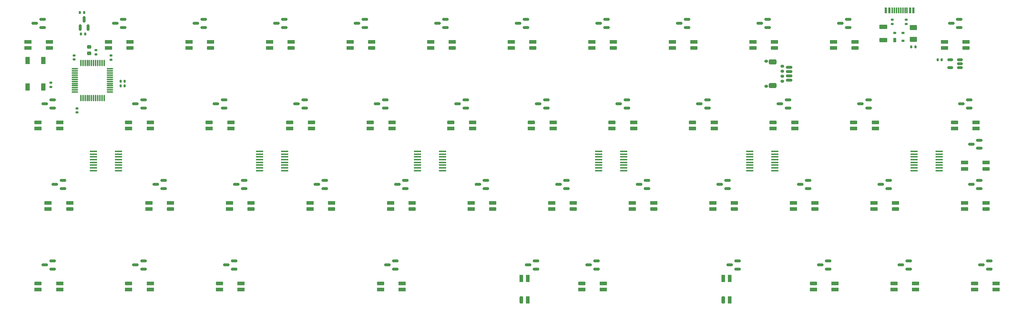
<source format=gbr>
G04 #@! TF.GenerationSoftware,KiCad,Pcbnew,(7.0.0)*
G04 #@! TF.CreationDate,2023-11-27T23:40:42+01:00*
G04 #@! TF.ProjectId,vootington VAN,766f6f74-696e-4677-946f-6e2056414e2e,rev?*
G04 #@! TF.SameCoordinates,Original*
G04 #@! TF.FileFunction,Paste,Bot*
G04 #@! TF.FilePolarity,Positive*
%FSLAX46Y46*%
G04 Gerber Fmt 4.6, Leading zero omitted, Abs format (unit mm)*
G04 Created by KiCad (PCBNEW (7.0.0)) date 2023-11-27 23:40:42*
%MOMM*%
%LPD*%
G01*
G04 APERTURE LIST*
G04 Aperture macros list*
%AMRoundRect*
0 Rectangle with rounded corners*
0 $1 Rounding radius*
0 $2 $3 $4 $5 $6 $7 $8 $9 X,Y pos of 4 corners*
0 Add a 4 corners polygon primitive as box body*
4,1,4,$2,$3,$4,$5,$6,$7,$8,$9,$2,$3,0*
0 Add four circle primitives for the rounded corners*
1,1,$1+$1,$2,$3*
1,1,$1+$1,$4,$5*
1,1,$1+$1,$6,$7*
1,1,$1+$1,$8,$9*
0 Add four rect primitives between the rounded corners*
20,1,$1+$1,$2,$3,$4,$5,0*
20,1,$1+$1,$4,$5,$6,$7,0*
20,1,$1+$1,$6,$7,$8,$9,0*
20,1,$1+$1,$8,$9,$2,$3,0*%
G04 Aperture macros list end*
%ADD10R,0.820000X1.700000*%
%ADD11RoundRect,0.205000X-0.205000X0.645000X-0.205000X-0.645000X0.205000X-0.645000X0.205000X0.645000X0*%
%ADD12RoundRect,0.150000X0.512500X0.150000X-0.512500X0.150000X-0.512500X-0.150000X0.512500X-0.150000X0*%
%ADD13RoundRect,0.150000X0.587500X0.150000X-0.587500X0.150000X-0.587500X-0.150000X0.587500X-0.150000X0*%
%ADD14R,1.778000X0.419100*%
%ADD15R,1.700000X0.820000*%
%ADD16RoundRect,0.205000X0.645000X0.205000X-0.645000X0.205000X-0.645000X-0.205000X0.645000X-0.205000X0*%
%ADD17RoundRect,0.205000X-0.645000X-0.205000X0.645000X-0.205000X0.645000X0.205000X-0.645000X0.205000X0*%
%ADD18R,1.100000X1.800000*%
%ADD19RoundRect,0.075000X0.662500X0.075000X-0.662500X0.075000X-0.662500X-0.075000X0.662500X-0.075000X0*%
%ADD20RoundRect,0.075000X0.075000X0.662500X-0.075000X0.662500X-0.075000X-0.662500X0.075000X-0.662500X0*%
%ADD21RoundRect,0.140000X0.140000X0.170000X-0.140000X0.170000X-0.140000X-0.170000X0.140000X-0.170000X0*%
%ADD22RoundRect,0.135000X0.185000X-0.135000X0.185000X0.135000X-0.185000X0.135000X-0.185000X-0.135000X0*%
%ADD23RoundRect,0.140000X-0.140000X-0.170000X0.140000X-0.170000X0.140000X0.170000X-0.140000X0.170000X0*%
%ADD24R,0.700000X1.000000*%
%ADD25R,0.700000X0.600000*%
%ADD26RoundRect,0.150000X0.625000X-0.150000X0.625000X0.150000X-0.625000X0.150000X-0.625000X-0.150000X0*%
%ADD27RoundRect,0.250000X0.650000X-0.350000X0.650000X0.350000X-0.650000X0.350000X-0.650000X-0.350000X0*%
%ADD28RoundRect,0.140000X-0.170000X0.140000X-0.170000X-0.140000X0.170000X-0.140000X0.170000X0.140000X0*%
%ADD29RoundRect,0.150000X0.275000X-0.150000X0.275000X0.150000X-0.275000X0.150000X-0.275000X-0.150000X0*%
%ADD30RoundRect,0.175000X0.225000X-0.175000X0.225000X0.175000X-0.225000X0.175000X-0.225000X-0.175000X0*%
%ADD31R,0.600000X1.450000*%
%ADD32R,0.300000X1.450000*%
%ADD33RoundRect,0.140000X0.170000X-0.140000X0.170000X0.140000X-0.170000X0.140000X-0.170000X-0.140000X0*%
%ADD34RoundRect,0.250000X0.700000X-0.275000X0.700000X0.275000X-0.700000X0.275000X-0.700000X-0.275000X0*%
%ADD35RoundRect,0.225000X0.250000X-0.225000X0.250000X0.225000X-0.250000X0.225000X-0.250000X-0.225000X0*%
%ADD36RoundRect,0.150000X0.150000X-0.587500X0.150000X0.587500X-0.150000X0.587500X-0.150000X-0.587500X0*%
%ADD37RoundRect,0.250000X-0.625000X0.375000X-0.625000X-0.375000X0.625000X-0.375000X0.625000X0.375000X0*%
G04 APERTURE END LIST*
D10*
X152162778Y-101614524D03*
X150662778Y-101614524D03*
D11*
X150662779Y-106714525D03*
D10*
X152162778Y-106714524D03*
D12*
X254343750Y-49850000D03*
X254343750Y-50800000D03*
X254343750Y-51750000D03*
X252068750Y-51750000D03*
X252068750Y-49850000D03*
D13*
X258906250Y-68900000D03*
X258906250Y-70800000D03*
X257031250Y-69850000D03*
D14*
X210569635Y-71563904D03*
X210569635Y-72214144D03*
X210569635Y-72864384D03*
X210569635Y-73514624D03*
X210569635Y-74159784D03*
X210569635Y-74810024D03*
X210569635Y-75460264D03*
X210569635Y-76110504D03*
X204620955Y-76110504D03*
X204620955Y-75460264D03*
X204620955Y-74810024D03*
X204620955Y-74159784D03*
X204620955Y-73514624D03*
X204620955Y-72864384D03*
X204620955Y-72214144D03*
X204620955Y-71563904D03*
D15*
X41443749Y-104278999D03*
X41443749Y-102778999D03*
D16*
X36343750Y-102779000D03*
D15*
X36343749Y-104278999D03*
D13*
X201756250Y-97475000D03*
X201756250Y-99375000D03*
X199881250Y-98425000D03*
D15*
X110162499Y-45628999D03*
X110162499Y-47128999D03*
D17*
X115262500Y-47129000D03*
D15*
X115262499Y-45628999D03*
D13*
X39831250Y-97475000D03*
X39831250Y-99375000D03*
X37956250Y-98425000D03*
D15*
X38724999Y-83728999D03*
X38724999Y-85228999D03*
D17*
X43825000Y-85229000D03*
D15*
X43824999Y-83728999D03*
D13*
X151750000Y-40325000D03*
X151750000Y-42225000D03*
X149875000Y-41275000D03*
D15*
X214937499Y-83728999D03*
X214937499Y-85228999D03*
D17*
X220037500Y-85229000D03*
D15*
X220037499Y-83728999D03*
X262899999Y-104278999D03*
X262899999Y-102778999D03*
D16*
X257800000Y-102779000D03*
D15*
X257799999Y-104278999D03*
D13*
X85075000Y-78425000D03*
X85075000Y-80325000D03*
X83200000Y-79375000D03*
X120793750Y-97475000D03*
X120793750Y-99375000D03*
X118918750Y-98425000D03*
D18*
X33868749Y-50081249D03*
X33868749Y-56281249D03*
X37568749Y-50081249D03*
X37568749Y-56281249D03*
D19*
X53375000Y-52018750D03*
X53375000Y-52518750D03*
X53375000Y-53018750D03*
X53375000Y-53518750D03*
X53375000Y-54018750D03*
X53375000Y-54518750D03*
X53375000Y-55018750D03*
X53375000Y-55518750D03*
X53375000Y-56018750D03*
X53375000Y-56518750D03*
X53375000Y-57018750D03*
X53375000Y-57518750D03*
D20*
X51962500Y-58931250D03*
X51462500Y-58931250D03*
X50962500Y-58931250D03*
X50462500Y-58931250D03*
X49962500Y-58931250D03*
X49462500Y-58931250D03*
X48962500Y-58931250D03*
X48462500Y-58931250D03*
X47962500Y-58931250D03*
X47462500Y-58931250D03*
X46962500Y-58931250D03*
X46462500Y-58931250D03*
D19*
X45050000Y-57518750D03*
X45050000Y-57018750D03*
X45050000Y-56518750D03*
X45050000Y-56018750D03*
X45050000Y-55518750D03*
X45050000Y-55018750D03*
X45050000Y-54518750D03*
X45050000Y-54018750D03*
X45050000Y-53518750D03*
X45050000Y-53018750D03*
X45050000Y-52518750D03*
X45050000Y-52018750D03*
D20*
X46462500Y-50606250D03*
X46962500Y-50606250D03*
X47462500Y-50606250D03*
X47962500Y-50606250D03*
X48462500Y-50606250D03*
X48962500Y-50606250D03*
X49462500Y-50606250D03*
X49962500Y-50606250D03*
X50462500Y-50606250D03*
X50962500Y-50606250D03*
X51462500Y-50606250D03*
X51962500Y-50606250D03*
D15*
X186362499Y-45628999D03*
X186362499Y-47128999D03*
D17*
X191462500Y-47129000D03*
D15*
X191462499Y-45628999D03*
D21*
X243812000Y-46831250D03*
X242852000Y-46831250D03*
D15*
X84306249Y-104278999D03*
X84306249Y-102778999D03*
D16*
X79206250Y-102779000D03*
D15*
X79206249Y-104278999D03*
D22*
X238316089Y-41388126D03*
X238316089Y-40368126D03*
D23*
X55866106Y-54997317D03*
X56826106Y-54997317D03*
D15*
X62874999Y-66178999D03*
X62874999Y-64678999D03*
D16*
X57775000Y-64679000D03*
D15*
X57774999Y-66178999D03*
X100974999Y-66178999D03*
X100974999Y-64678999D03*
D16*
X95875000Y-64679000D03*
D15*
X95874999Y-66178999D03*
D13*
X199375000Y-78425000D03*
X199375000Y-80325000D03*
X197500000Y-79375000D03*
X137462500Y-59375000D03*
X137462500Y-61275000D03*
X135587500Y-60325000D03*
D24*
X238903588Y-45199999D03*
D25*
X238903588Y-43499999D03*
X240903588Y-43499999D03*
X240903588Y-45399999D03*
D13*
X227950000Y-40325000D03*
X227950000Y-42225000D03*
X226075000Y-41275000D03*
X256525000Y-59375000D03*
X256525000Y-61275000D03*
X254650000Y-60325000D03*
X156512500Y-59375000D03*
X156512500Y-61275000D03*
X154637500Y-60325000D03*
D23*
X46250752Y-38734964D03*
X47210752Y-38734964D03*
X249090287Y-49860425D03*
X250050287Y-49860425D03*
D15*
X72062499Y-45628999D03*
X72062499Y-47128999D03*
D17*
X77162500Y-47129000D03*
D15*
X77162499Y-45628999D03*
X120024999Y-66178999D03*
X120024999Y-64678999D03*
D16*
X114925000Y-64679000D03*
D15*
X114924999Y-66178999D03*
X215274999Y-66178999D03*
X215274999Y-64678999D03*
D16*
X210175000Y-64679000D03*
D15*
X210174999Y-66178999D03*
X255418749Y-74203999D03*
X255418749Y-75703999D03*
D17*
X260518750Y-75704000D03*
D15*
X260518749Y-74203999D03*
D13*
X142225000Y-78425000D03*
X142225000Y-80325000D03*
X140350000Y-79375000D03*
D15*
X33962499Y-45628999D03*
X33962499Y-47128999D03*
D17*
X39062500Y-47129000D03*
D15*
X39062499Y-45628999D03*
D26*
X213931250Y-54681250D03*
X213931250Y-53681250D03*
X213931250Y-52681250D03*
X213931250Y-51681250D03*
D27*
X210056250Y-55981250D03*
X210056250Y-50381250D03*
D13*
X132700000Y-40325000D03*
X132700000Y-42225000D03*
X130825000Y-41275000D03*
D23*
X55859704Y-56073622D03*
X56819704Y-56073622D03*
D13*
X154131250Y-97475000D03*
X154131250Y-99375000D03*
X152256250Y-98425000D03*
D22*
X241631622Y-41417466D03*
X241631622Y-40397466D03*
D15*
X41443749Y-66178999D03*
X41443749Y-64678999D03*
D16*
X36343750Y-64679000D03*
D15*
X36343749Y-66178999D03*
X195887499Y-83728999D03*
X195887499Y-85228999D03*
D17*
X200987500Y-85229000D03*
D15*
X200987499Y-83728999D03*
D13*
X123175000Y-78425000D03*
X123175000Y-80325000D03*
X121300000Y-79375000D03*
D15*
X224462499Y-45628999D03*
X224462499Y-47128999D03*
D17*
X229562500Y-47129000D03*
D15*
X229562499Y-45628999D03*
D13*
X82693750Y-97475000D03*
X82693750Y-99375000D03*
X80818750Y-98425000D03*
D28*
X45574303Y-61406884D03*
X45574303Y-62366884D03*
D10*
X199863744Y-101614524D03*
X198363744Y-101614524D03*
D11*
X198363745Y-106714525D03*
D10*
X199863744Y-106714524D03*
D13*
X180325000Y-78425000D03*
X180325000Y-80325000D03*
X178450000Y-79375000D03*
X66025000Y-78425000D03*
X66025000Y-80325000D03*
X64150000Y-79375000D03*
D14*
X55361839Y-71545449D03*
X55361839Y-72195689D03*
X55361839Y-72845929D03*
X55361839Y-73496169D03*
X55361839Y-74141329D03*
X55361839Y-74791569D03*
X55361839Y-75441809D03*
X55361839Y-76092049D03*
X49413159Y-76092049D03*
X49413159Y-75441809D03*
X49413159Y-74791569D03*
X49413159Y-74141329D03*
X49413159Y-73496169D03*
X49413159Y-72845929D03*
X49413159Y-72195689D03*
X49413159Y-71545449D03*
D13*
X37450000Y-40325000D03*
X37450000Y-42225000D03*
X35575000Y-41275000D03*
X237475000Y-78425000D03*
X237475000Y-80325000D03*
X235600000Y-79375000D03*
X261287500Y-97475000D03*
X261287500Y-99375000D03*
X259412500Y-98425000D03*
X61262500Y-97475000D03*
X61262500Y-99375000D03*
X59387500Y-98425000D03*
X113650000Y-40325000D03*
X113650000Y-42225000D03*
X111775000Y-41275000D03*
D29*
X212325197Y-54981250D03*
X212325197Y-53781250D03*
X212325197Y-52581250D03*
X212325197Y-51381250D03*
D30*
X208550197Y-56131250D03*
X208550197Y-50231250D03*
D13*
X104125000Y-78425000D03*
X104125000Y-80325000D03*
X102250000Y-79375000D03*
X56500000Y-40325000D03*
X56500000Y-42225000D03*
X54625000Y-41275000D03*
D31*
X236843499Y-38176249D03*
X237643499Y-38176249D03*
D32*
X238843499Y-38176249D03*
X239843499Y-38176249D03*
X240343499Y-38176249D03*
X241343499Y-38176249D03*
D31*
X242543499Y-38176249D03*
X243343499Y-38176249D03*
X243343499Y-38176249D03*
X242543499Y-38176249D03*
D32*
X241843499Y-38176249D03*
X240843499Y-38176249D03*
X239343499Y-38176249D03*
X238343499Y-38176249D03*
D31*
X237643499Y-38176249D03*
X236843499Y-38176249D03*
D13*
X170800000Y-40325000D03*
X170800000Y-42225000D03*
X168925000Y-41275000D03*
X223187500Y-97475000D03*
X223187500Y-99375000D03*
X221312500Y-98425000D03*
D15*
X224799999Y-104278999D03*
X224799999Y-102778999D03*
D16*
X219700000Y-102779000D03*
D15*
X219699999Y-104278999D03*
D14*
X174850885Y-71543434D03*
X174850885Y-72193674D03*
X174850885Y-72843914D03*
X174850885Y-73494154D03*
X174850885Y-74139314D03*
X174850885Y-74789554D03*
X174850885Y-75439794D03*
X174850885Y-76090034D03*
X168902205Y-76090034D03*
X168902205Y-75439794D03*
X168902205Y-74789554D03*
X168902205Y-74139314D03*
X168902205Y-73494154D03*
X168902205Y-72843914D03*
X168902205Y-72193674D03*
X168902205Y-71543434D03*
D15*
X250656249Y-45628999D03*
X250656249Y-47128999D03*
D17*
X255756250Y-47129000D03*
D15*
X255756249Y-45628999D03*
X81924999Y-66178999D03*
X81924999Y-64678999D03*
D16*
X76825000Y-64679000D03*
D15*
X76824999Y-66178999D03*
D13*
X61262500Y-59375000D03*
X61262500Y-61275000D03*
X59387500Y-60325000D03*
X80312500Y-59375000D03*
X80312500Y-61275000D03*
X78437500Y-60325000D03*
D33*
X44848806Y-49792201D03*
X44848806Y-48832201D03*
D15*
X234324999Y-66178999D03*
X234324999Y-64678999D03*
D16*
X229225000Y-64679000D03*
D15*
X229224999Y-66178999D03*
D13*
X118412500Y-59375000D03*
X118412500Y-61275000D03*
X116537500Y-60325000D03*
D33*
X50006250Y-48582962D03*
X50006250Y-47622962D03*
D13*
X175562500Y-59375000D03*
X175562500Y-61275000D03*
X173687500Y-60325000D03*
D21*
X47456127Y-43770976D03*
X46496127Y-43770976D03*
D15*
X205412499Y-45628999D03*
X205412499Y-47128999D03*
D17*
X210512500Y-47129000D03*
D15*
X210512499Y-45628999D03*
D22*
X39379783Y-56280538D03*
X39379783Y-55260538D03*
D15*
X129212499Y-45628999D03*
X129212499Y-47128999D03*
D17*
X134312500Y-47129000D03*
D15*
X134312499Y-45628999D03*
X158124999Y-66178999D03*
X158124999Y-64678999D03*
D16*
X153025000Y-64679000D03*
D15*
X153024999Y-66178999D03*
X100637499Y-83728999D03*
X100637499Y-85228999D03*
D17*
X105737500Y-85229000D03*
D15*
X105737499Y-83728999D03*
X233987499Y-83728999D03*
X233987499Y-85228999D03*
D17*
X239087500Y-85229000D03*
D15*
X239087499Y-83728999D03*
X91112499Y-45628999D03*
X91112499Y-47128999D03*
D17*
X96212500Y-47129000D03*
D15*
X96212499Y-45628999D03*
D14*
X249463385Y-71563904D03*
X249463385Y-72214144D03*
X249463385Y-72864384D03*
X249463385Y-73514624D03*
X249463385Y-74159784D03*
X249463385Y-74810024D03*
X249463385Y-75460264D03*
X249463385Y-76110504D03*
X243514705Y-76110504D03*
X243514705Y-75460264D03*
X243514705Y-74810024D03*
X243514705Y-74159784D03*
X243514705Y-73514624D03*
X243514705Y-72864384D03*
X243514705Y-72214144D03*
X243514705Y-71563904D03*
D34*
X236188250Y-45237500D03*
X236188250Y-42087500D03*
D15*
X243849999Y-104278999D03*
X243849999Y-102778999D03*
D16*
X238750000Y-102779000D03*
D15*
X238749999Y-104278999D03*
X81587499Y-83728999D03*
X81587499Y-85228999D03*
D17*
X86687500Y-85229000D03*
D15*
X86687499Y-83728999D03*
X255418749Y-83728999D03*
X255418749Y-85228999D03*
D17*
X260518750Y-85229000D03*
D15*
X260518749Y-83728999D03*
X157787499Y-83728999D03*
X157787499Y-85228999D03*
D17*
X162887500Y-85229000D03*
D15*
X162887499Y-83728999D03*
D33*
X53577271Y-49854806D03*
X53577271Y-48894806D03*
D15*
X138737499Y-83728999D03*
X138737499Y-85228999D03*
D17*
X143837500Y-85229000D03*
D15*
X143837499Y-83728999D03*
D13*
X39831250Y-59375000D03*
X39831250Y-61275000D03*
X37956250Y-60325000D03*
X94600000Y-40325000D03*
X94600000Y-42225000D03*
X92725000Y-41275000D03*
X189850000Y-40325000D03*
X189850000Y-42225000D03*
X187975000Y-41275000D03*
X242237500Y-97475000D03*
X242237500Y-99375000D03*
X240362500Y-98425000D03*
D15*
X167312499Y-45628999D03*
X167312499Y-47128999D03*
D17*
X172412500Y-47129000D03*
D15*
X172412499Y-45628999D03*
D13*
X232712500Y-59375000D03*
X232712500Y-61275000D03*
X230837500Y-60325000D03*
X99362500Y-59375000D03*
X99362500Y-61275000D03*
X97487500Y-60325000D03*
X168418750Y-97475000D03*
X168418750Y-99375000D03*
X166543750Y-98425000D03*
D15*
X139074999Y-66178999D03*
X139074999Y-64678999D03*
D16*
X133975000Y-64679000D03*
D15*
X133974999Y-66178999D03*
D13*
X218425000Y-78425000D03*
X218425000Y-80325000D03*
X216550000Y-79375000D03*
X254143750Y-40325000D03*
X254143750Y-42225000D03*
X252268750Y-41275000D03*
D15*
X148262499Y-45628999D03*
X148262499Y-47128999D03*
D17*
X153362500Y-47129000D03*
D15*
X153362499Y-45628999D03*
D13*
X213662500Y-59375000D03*
X213662500Y-61275000D03*
X211787500Y-60325000D03*
D15*
X258137499Y-66178999D03*
X258137499Y-64678999D03*
D16*
X253037500Y-64679000D03*
D15*
X253037499Y-66178999D03*
X177174999Y-66178999D03*
X177174999Y-64678999D03*
D16*
X172075000Y-64679000D03*
D15*
X172074999Y-66178999D03*
D35*
X48418750Y-48400000D03*
X48418750Y-46850000D03*
D15*
X119687499Y-83728999D03*
X119687499Y-85228999D03*
D17*
X124787500Y-85229000D03*
D15*
X124787499Y-83728999D03*
D13*
X194612500Y-59375000D03*
X194612500Y-61275000D03*
X192737500Y-60325000D03*
X161275000Y-78425000D03*
X161275000Y-80325000D03*
X159400000Y-79375000D03*
X42212500Y-78425000D03*
X42212500Y-80325000D03*
X40337500Y-79375000D03*
D14*
X94682135Y-71545449D03*
X94682135Y-72195689D03*
X94682135Y-72845929D03*
X94682135Y-73496169D03*
X94682135Y-74141329D03*
X94682135Y-74791569D03*
X94682135Y-75441809D03*
X94682135Y-76092049D03*
X88733455Y-76092049D03*
X88733455Y-75441809D03*
X88733455Y-74791569D03*
X88733455Y-74141329D03*
X88733455Y-73496169D03*
X88733455Y-72845929D03*
X88733455Y-72195689D03*
X88733455Y-71545449D03*
D13*
X258906250Y-78425000D03*
X258906250Y-80325000D03*
X257031250Y-79375000D03*
D14*
X131988385Y-71543434D03*
X131988385Y-72193674D03*
X131988385Y-72843914D03*
X131988385Y-73494154D03*
X131988385Y-74139314D03*
X131988385Y-74789554D03*
X131988385Y-75439794D03*
X131988385Y-76090034D03*
X126039705Y-76090034D03*
X126039705Y-75439794D03*
X126039705Y-74789554D03*
X126039705Y-74139314D03*
X126039705Y-73494154D03*
X126039705Y-72843914D03*
X126039705Y-72193674D03*
X126039705Y-71543434D03*
D13*
X208900000Y-40325000D03*
X208900000Y-42225000D03*
X207025000Y-41275000D03*
D36*
X48187212Y-42224904D03*
X46287212Y-42224904D03*
X47237212Y-40349904D03*
D15*
X170031249Y-104278999D03*
X170031249Y-102778999D03*
D16*
X164931250Y-102779000D03*
D15*
X164931249Y-104278999D03*
D37*
X243332000Y-42256250D03*
X243332000Y-45056250D03*
D15*
X53012499Y-45628999D03*
X53012499Y-47128999D03*
D17*
X58112500Y-47129000D03*
D15*
X58112499Y-45628999D03*
D13*
X75550000Y-40325000D03*
X75550000Y-42225000D03*
X73675000Y-41275000D03*
D15*
X176837499Y-83728999D03*
X176837499Y-85228999D03*
D17*
X181937500Y-85229000D03*
D15*
X181937499Y-83728999D03*
X62537499Y-83728999D03*
X62537499Y-85228999D03*
D17*
X67637500Y-85229000D03*
D15*
X67637499Y-83728999D03*
X62874999Y-104278999D03*
X62874999Y-102778999D03*
D16*
X57775000Y-102779000D03*
D15*
X57774999Y-104278999D03*
X196224999Y-66178999D03*
X196224999Y-64678999D03*
D16*
X191125000Y-64679000D03*
D15*
X191124999Y-66178999D03*
X122406249Y-104278999D03*
X122406249Y-102778999D03*
D16*
X117306250Y-102779000D03*
D15*
X117306249Y-104278999D03*
M02*

</source>
